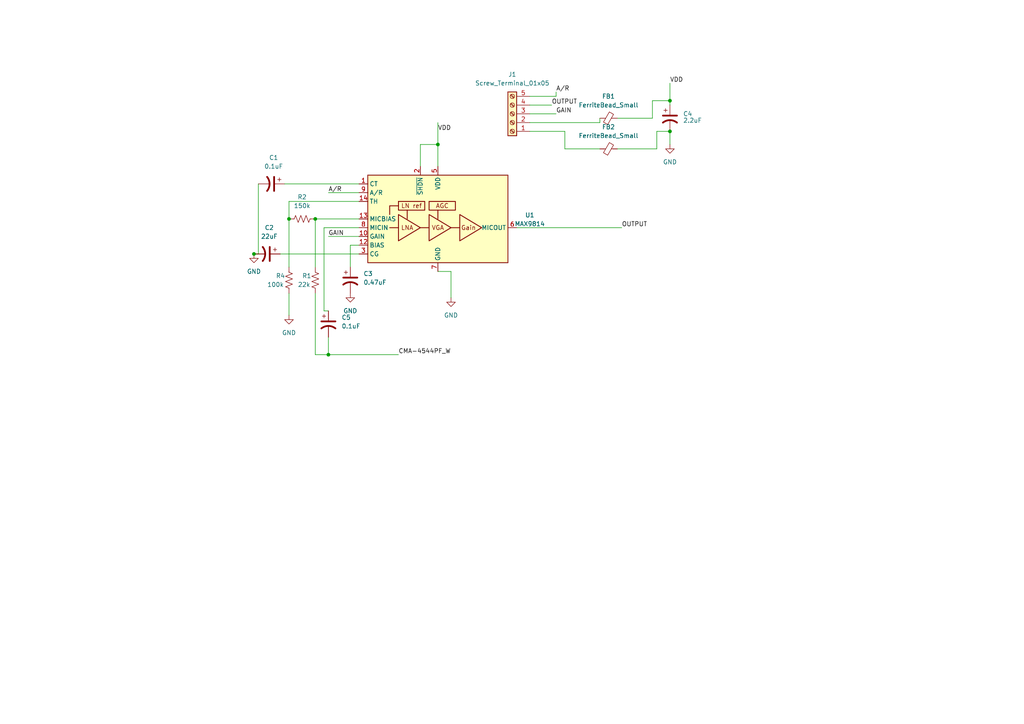
<source format=kicad_sch>
(kicad_sch (version 20230121) (generator eeschema)
  (paper "A4")
  (lib_symbols
    (symbol "Amplifier_Audio:MAX9814"
      (property "Reference" "U" (at -20.32 13.97 0))
      (property "Value" "MAX9814" (at 11.43 13.97 0))
      (symbol "MAX9814_0_0"
        (rectangle (start -11.43 5.08) (end -3.81 2.54) (stroke (width 0.254)))
        (rectangle (start -2.54 5.08) (end 5.08 2.54) (stroke (width 0.254)))
        (polyline (pts (xy -11.43 -2.54) (xy -13.97 -2.54)) (stroke (width 0.254)))
        (polyline (pts (xy -8.89 2.54) (xy -8.89 0)) (stroke (width 0.254)))
        (polyline (pts (xy -2.54 -2.54) (xy -5.08 -2.54)) (stroke (width 0.254)))
        (polyline (pts (xy 0 2.54) (xy 0 0)) (stroke (width 0.254)))
        (polyline (pts (xy 3.81 -2.54) (xy 6.35 -2.54)) (stroke (width 0.254)))
        (polyline (pts (xy -11.43 3.81) (xy -13.97 3.81) (xy -13.97 1.27)) (stroke (width 0.254)))
        (polyline (pts (xy -5.08 -2.54) (xy -11.43 1.27) (xy -11.43 -6.35) (xy -5.08 -2.54)) (stroke (width 0.254)))
        (polyline (pts (xy 3.81 -2.54) (xy -2.54 1.27) (xy -2.54 -6.35) (xy 3.81 -2.54)) (stroke (width 0.254)))
        (polyline (pts (xy 12.7 -2.54) (xy 6.35 1.27) (xy 6.35 -6.35) (xy 12.7 -2.54)) (stroke (width 0.254)))
        (text "AGC" (at 1.27 3.81 0) (effects (font (size 1.27 1.27))))
        (text "Gain" (at 8.89 -2.54 0) (effects (font (size 1.27 1.27))))
        (text "LN ref" (at -7.62 3.81 0) (effects (font (size 1.27 1.27))))
        (text "LNA" (at -8.89 -2.54 0) (effects (font (size 1.27 1.27))))
        (text "VGA" (at 0 -2.54 0) (effects (font (size 1.27 1.27))))
      )
      (symbol "MAX9814_0_1"
        (rectangle (start -20.32 12.7) (end 20.32 -12.7) (stroke (width 0.254)) (fill (type background)))
      )
      (symbol "MAX9814_1_1"
        (pin input line (at -22.86 10.16 0) (length 2.54) (name "CT") (number "1"))
        (pin input line (at -22.86 -5.08 0) (length 2.54) (name "GAIN") (number "10"))
        (pin passive line (at 0 -15.24 90) (length 2.54) hide (name "GND") (number "11"))
        (pin passive line (at -22.86 -7.62 0) (length 2.54) (name "BIAS") (number "12"))
        (pin output line (at -22.86 0 0) (length 2.54) (name "MICBIAS") (number "13"))
        (pin input line (at -22.86 5.08 0) (length 2.54) (name "TH") (number "14"))
        (pin passive line (at 0 -15.24 90) (length 2.54) hide (name "GND") (number "15"))
        (pin input line (at -5.08 15.24 270) (length 2.54) (name "~{SHDN}") (number "2"))
        (pin passive line (at -22.86 -10.16 0) (length 2.54) (name "CG") (number "3"))
        (pin passive line (at 0 -15.24 90) (length 2.54) hide (name "GND") (number "4"))
        (pin power_in line (at 0 15.24 270) (length 2.54) (name "VDD") (number "5"))
        (pin output line (at 22.86 -2.54 180) (length 2.54) (name "MICOUT") (number "6"))
        (pin power_in line (at 0 -15.24 90) (length 2.54) (name "GND") (number "7"))
        (pin input line (at -22.86 -2.54 0) (length 2.54) (name "MICIN") (number "8"))
        (pin input line (at -22.86 7.62 0) (length 2.54) (name "A/R") (number "9"))
      )
    )
    (symbol "Connector:Screw_Terminal_01x05" (pin_names (offset 1.016) hide)
      (property "Reference" "J" (at 0 7.62 0))
      (property "Value" "Screw_Terminal_01x05" (at 0 -7.62 0))
      (symbol "Screw_Terminal_01x05_1_1"
        (rectangle (start -1.27 6.35) (end 1.27 -6.35) (stroke (width 0.254)) (fill (type background)))
        (circle (center 0 -5.08) (radius 0.635) (stroke (width 0.1524)))
        (circle (center 0 -2.54) (radius 0.635) (stroke (width 0.1524)))
        (polyline (pts (xy -0.5334 -4.7498) (xy 0.3302 -5.588)) (stroke (width 0.1524)))
        (polyline (pts (xy -0.5334 -2.2098) (xy 0.3302 -3.048)) (stroke (width 0.1524)))
        (polyline (pts (xy -0.5334 0.3302) (xy 0.3302 -0.508)) (stroke (width 0.1524)))
        (polyline (pts (xy -0.5334 2.8702) (xy 0.3302 2.032)) (stroke (width 0.1524)))
        (polyline (pts (xy -0.5334 5.4102) (xy 0.3302 4.572)) (stroke (width 0.1524)))
        (polyline (pts (xy -0.3556 -4.572) (xy 0.508 -5.4102)) (stroke (width 0.1524)))
        (polyline (pts (xy -0.3556 -2.032) (xy 0.508 -2.8702)) (stroke (width 0.1524)))
        (polyline (pts (xy -0.3556 0.508) (xy 0.508 -0.3302)) (stroke (width 0.1524)))
        (polyline (pts (xy -0.3556 3.048) (xy 0.508 2.2098)) (stroke (width 0.1524)))
        (polyline (pts (xy -0.3556 5.588) (xy 0.508 4.7498)) (stroke (width 0.1524)))
        (circle (center 0 0) (radius 0.635) (stroke (width 0.1524)))
        (circle (center 0 2.54) (radius 0.635) (stroke (width 0.1524)))
        (circle (center 0 5.08) (radius 0.635) (stroke (width 0.1524)))
        (pin passive line (at -5.08 5.08 0) (length 3.81) (name "Pin_1") (number "1"))
        (pin passive line (at -5.08 2.54 0) (length 3.81) (name "Pin_2") (number "2"))
        (pin passive line (at -5.08 0 0) (length 3.81) (name "Pin_3") (number "3"))
        (pin passive line (at -5.08 -2.54 0) (length 3.81) (name "Pin_4") (number "4"))
        (pin passive line (at -5.08 -5.08 0) (length 3.81) (name "Pin_5") (number "5"))
      )
    )
    (symbol "Device:C_Polarized_US" (pin_numbers hide) (pin_names (offset 0.254) hide)
      (property "Reference" "C" (at 0.635 2.54 0))
      (property "Value" "C_Polarized_US" (at 0.635 -2.54 0))
      (symbol "C_Polarized_US_0_1"
        (polyline (pts (xy -2.032 0.762) (xy 2.032 0.762)) (stroke (width 0.508)))
        (polyline (pts (xy -1.778 2.286) (xy -0.762 2.286)))
        (polyline (pts (xy -1.27 1.778) (xy -1.27 2.794)))
        (arc (start 2.032 -1.27) (mid 0 -0.5572) (end -2.032 -1.27) (stroke (width 0.508)))
      )
      (symbol "C_Polarized_US_1_1"
        (pin passive line (at 0 3.81 270) (length 2.794) (name "~") (number "1"))
        (pin passive line (at 0 -3.81 90) (length 3.302) (name "~") (number "2"))
      )
    )
    (symbol "Device:FerriteBead_Small" (pin_numbers hide) (pin_names (offset 0))
      (property "Reference" "FB" (at 1.905 1.27 0))
      (property "Value" "FerriteBead_Small" (at 1.905 -1.27 0))
      (symbol "FerriteBead_Small_0_1"
        (polyline (pts (xy 0 -1.27) (xy 0 -0.7874)))
        (polyline (pts (xy 0 0.889) (xy 0 1.2954)))
        (polyline (pts (xy -1.8288 0.2794) (xy -1.1176 1.4986) (xy 1.8288 -0.2032) (xy 1.1176 -1.4224) (xy -1.8288 0.2794)))
      )
      (symbol "FerriteBead_Small_1_1"
        (pin passive line (at 0 2.54 270) (length 1.27) (name "~") (number "1"))
        (pin passive line (at 0 -2.54 90) (length 1.27) (name "~") (number "2"))
      )
    )
    (symbol "Device:R_US" (pin_numbers hide) (pin_names (offset 0))
      (property "Reference" "R" (at 2.54 0 90))
      (property "Value" "R_US" (at -2.54 0 90))
      (symbol "R_US_0_1"
        (polyline (pts (xy 0 -2.286) (xy 0 -2.54)))
        (polyline (pts (xy 0 2.286) (xy 0 2.54)))
        (polyline (pts (xy 0 -0.762) (xy 1.016 -1.143) (xy 0 -1.524) (xy -1.016 -1.905) (xy 0 -2.286)))
        (polyline (pts (xy 0 0.762) (xy 1.016 0.381) (xy 0 0) (xy -1.016 -0.381) (xy 0 -0.762)))
        (polyline (pts (xy 0 2.286) (xy 1.016 1.905) (xy 0 1.524) (xy -1.016 1.143) (xy 0 0.762)))
      )
      (symbol "R_US_1_1"
        (pin passive line (at 0 3.81 270) (length 1.27) (name "~") (number "1"))
        (pin passive line (at 0 -3.81 90) (length 1.27) (name "~") (number "2"))
      )
    )
    (symbol "power:GND" (power) (pin_names (offset 0))
      (property "Value" "GND" (at 0 -3.81 0))
      (symbol "GND_0_1"
        (polyline (pts (xy 0 0) (xy 0 -1.27) (xy 1.27 -1.27) (xy 0 -2.54) (xy -1.27 -1.27) (xy 0 -1.27)))
      )
      (symbol "GND_1_1"
        (pin power_in line (at 0 0 270) (length 0) hide (name "GND") (number "1"))
      )
    )
  )
  (junction (at 194.31 29.21))
  (junction (at 73.66 73.66))
  (junction (at 83.82 63.5))
  (junction (at 91.44 63.5))
  (junction (at 127 41.91))
  (junction (at 95.25 102.87))
  (junction (at 194.31 38.1))
  (wire (pts (xy 173.99 35.56) (xy 173.99 34.29)))
  (wire (pts (xy 163.83 43.18) (xy 173.99 43.18)))
  (wire (pts (xy 95.25 68.58) (xy 104.14 68.58)))
  (wire (pts (xy 91.44 63.5) (xy 91.44 77.47)))
  (wire (pts (xy 153.67 33.02) (xy 161.29 33.02)))
  (wire (pts (xy 91.44 85.09) (xy 91.44 102.87)))
  (wire (pts (xy 153.67 27.94) (xy 161.29 27.94)))
  (wire (pts (xy 104.14 71.12) (xy 101.6 71.12)))
  (wire (pts (xy 91.44 63.5) (xy 104.14 63.5)))
  (wire (pts (xy 153.67 30.48) (xy 160.02 30.48)))
  (wire (pts (xy 121.92 41.91) (xy 127 41.91)))
  (wire (pts (xy 121.92 48.26) (xy 121.92 41.91)))
  (wire (pts (xy 194.31 29.21) (xy 194.31 30.48)))
  (wire (pts (xy 93.98 66.04) (xy 93.98 90.17)))
  (wire (pts (xy 163.83 38.1) (xy 163.83 43.18)))
  (wire (pts (xy 93.98 90.17) (xy 95.25 90.17)))
  (wire (pts (xy 153.67 38.1) (xy 163.83 38.1)))
  (wire (pts (xy 95.25 102.87) (xy 115.57 102.87)))
  (wire (pts (xy 104.14 66.04) (xy 93.98 66.04)))
  (wire (pts (xy 149.86 66.04) (xy 180.34 66.04)))
  (wire (pts (xy 189.23 34.29) (xy 189.23 29.21)))
  (wire (pts (xy 82.55 53.34) (xy 104.14 53.34)))
  (wire (pts (xy 74.93 53.34) (xy 74.93 73.66)))
  (wire (pts (xy 127 35.56) (xy 127 41.91)))
  (wire (pts (xy 194.31 24.13) (xy 194.31 29.21)))
  (wire (pts (xy 83.82 63.5) (xy 83.82 77.47)))
  (wire (pts (xy 95.25 102.87) (xy 95.25 97.79)))
  (wire (pts (xy 190.5 38.1) (xy 194.31 38.1)))
  (wire (pts (xy 81.28 73.66) (xy 104.14 73.66)))
  (wire (pts (xy 91.44 102.87) (xy 95.25 102.87)))
  (wire (pts (xy 179.07 43.18) (xy 190.5 43.18)))
  (wire (pts (xy 83.82 58.42) (xy 83.82 63.5)))
  (wire (pts (xy 130.81 78.74) (xy 127 78.74)))
  (wire (pts (xy 153.67 35.56) (xy 173.99 35.56)))
  (wire (pts (xy 101.6 71.12) (xy 101.6 77.47)))
  (wire (pts (xy 83.82 58.42) (xy 104.14 58.42)))
  (wire (pts (xy 179.07 34.29) (xy 189.23 34.29)))
  (wire (pts (xy 161.29 26.67) (xy 161.29 27.94)))
  (wire (pts (xy 127 41.91) (xy 127 48.26)))
  (wire (pts (xy 83.82 85.09) (xy 83.82 91.44)))
  (wire (pts (xy 190.5 43.18) (xy 190.5 38.1)))
  (wire (pts (xy 95.25 55.88) (xy 104.14 55.88)))
  (wire (pts (xy 194.31 38.1) (xy 194.31 41.91)))
  (wire (pts (xy 189.23 29.21) (xy 194.31 29.21)))
  (wire (pts (xy 130.81 86.36) (xy 130.81 78.74)))
  (wire (pts (xy 74.93 73.66) (xy 73.66 73.66)))
  (label "OUTPUT" (at 180.34 66.04 0))
  (label "GAIN" (at 95.25 68.58 0))
  (label "GAIN" (at 161.29 33.02 0))
  (label "VDD" (at 194.31 24.13 0))
  (label "A{slash}R" (at 95.25 55.88 0))
  (label "A{slash}R" (at 161.29 26.67 0))
  (label "VDD" (at 127 38.1 0))
  (label "OUTPUT" (at 160.02 30.48 0))
  (label "CMA-4544PF_W" (at 115.57 102.87 0))
  (symbol (lib_id "Device:C_Polarized_US") (at 101.6 81.28 0) (unit 1)
    (property "Reference" "C3" (at 105.41 79.375 0) (effects (justify left)))
    (property "Value" "0.47uF" (at 105.41 81.915 0) (effects (justify left)))
  )
  (symbol (lib_id "Device:R_US") (at 87.63 63.5 90) (unit 1)
    (property "Reference" "R2" (at 87.63 57.15 90))
    (property "Value" "150k" (at 87.63 59.69 90))
  )
  (symbol (lib_id "power:GND") (at 194.31 41.91 0) (unit 1)
    (property "Reference" "#PWR05" (effects hide))
    (property "Value" "GND" (at 194.31 46.99 0))
  )
  (symbol (lib_id "Device:R_US") (at 83.82 81.28 0) (unit 1)
    (property "Reference" "R4" (at 80.01 80.01 0) (effects (justify left)))
    (property "Value" "100k" (at 77.47 82.55 0) (effects (justify left)))
  )
  (symbol (lib_id "power:GND") (at 130.81 86.36 0) (unit 1)
    (property "Reference" "#PWR02" (effects hide))
    (property "Value" "GND" (at 130.81 91.44 0))
  )
  (symbol (lib_id "power:GND") (at 101.6 85.09 0) (unit 1)
    (property "Reference" "#PWR03" (effects hide))
    (property "Value" "GND" (at 101.6 90.17 0))
  )
  (symbol (lib_id "power:GND") (at 83.82 91.44 0) (unit 1)
    (property "Reference" "#PWR04" (effects hide))
    (property "Value" "GND" (at 83.82 96.52 0))
  )
  (symbol (lib_id "Device:C_Polarized_US") (at 194.31 34.29 0) (unit 1)
    (property "Reference" "C4" (at 198.12 33.02 0) (effects (justify left)))
    (property "Value" "2.2uF" (at 198.12 34.925 0) (effects (justify left)))
  )
  (symbol (lib_id "Connector:Screw_Terminal_01x05") (at 148.59 33.02 180) (unit 1)
    (property "Reference" "J1" (at 148.59 21.59 0))
    (property "Value" "Screw_Terminal_01x05" (at 148.59 24.13 0))
  )
  (symbol (lib_id "power:GND") (at 73.66 73.66 0) (unit 1)
    (property "Reference" "#PWR01" (effects hide))
    (property "Value" "GND" (at 73.66 78.74 0))
  )
  (symbol (lib_id "Device:C_Polarized_US") (at 78.74 53.34 270) (unit 1)
    (property "Reference" "C1" (at 79.375 45.72 90))
    (property "Value" "0.1uF" (at 79.375 48.26 90))
  )
  (symbol (lib_id "Amplifier_Audio:MAX9814") (at 127 63.5 0) (unit 1)
    (property "Reference" "U1" (at 153.67 62.3921 0))
    (property "Value" "MAX9814" (at 153.67 64.9321 0))
    (property "Footprint" "Package_DFN_QFN:DFN-14-1EP_3x3mm_P0.4mm_EP1.78x2.35mm" (effects hide))
    (property "Datasheet" "https://datasheets.maximintegrated.com/en/ds/MAX9814.pdf" (effects hide))
  )
  (symbol (lib_id "Device:FerriteBead_Small") (at 176.53 43.18 90) (unit 1)
    (property "Reference" "FB2" (at 176.4919 36.83 90))
    (property "Value" "FerriteBead_Small" (at 176.4919 39.37 90))
  )
  (symbol (lib_id "Device:FerriteBead_Small") (at 176.53 34.29 90) (unit 1)
    (property "Reference" "FB1" (at 176.4919 27.94 90))
    (property "Value" "FerriteBead_Small" (at 176.4919 30.48 90))
  )
  (symbol (lib_id "Device:R_US") (at 91.44 81.28 0) (unit 1)
    (property "Reference" "R1" (at 87.63 80.01 0) (effects (justify left)))
    (property "Value" "22k" (at 86.36 82.55 0) (effects (justify left)))
  )
  (symbol (lib_id "Device:C_Polarized_US") (at 95.25 93.98 0) (unit 1)
    (property "Reference" "C5" (at 99.06 92.075 0) (effects (justify left)))
    (property "Value" "0.1uF" (at 99.06 94.615 0) (effects (justify left)))
  )
  (symbol (lib_id "Device:C_Polarized_US") (at 77.47 73.66 270) (unit 1)
    (property "Reference" "C2" (at 78.105 66.04 90))
    (property "Value" "22uF" (at 78.105 68.58 90))
  )
)
</source>
